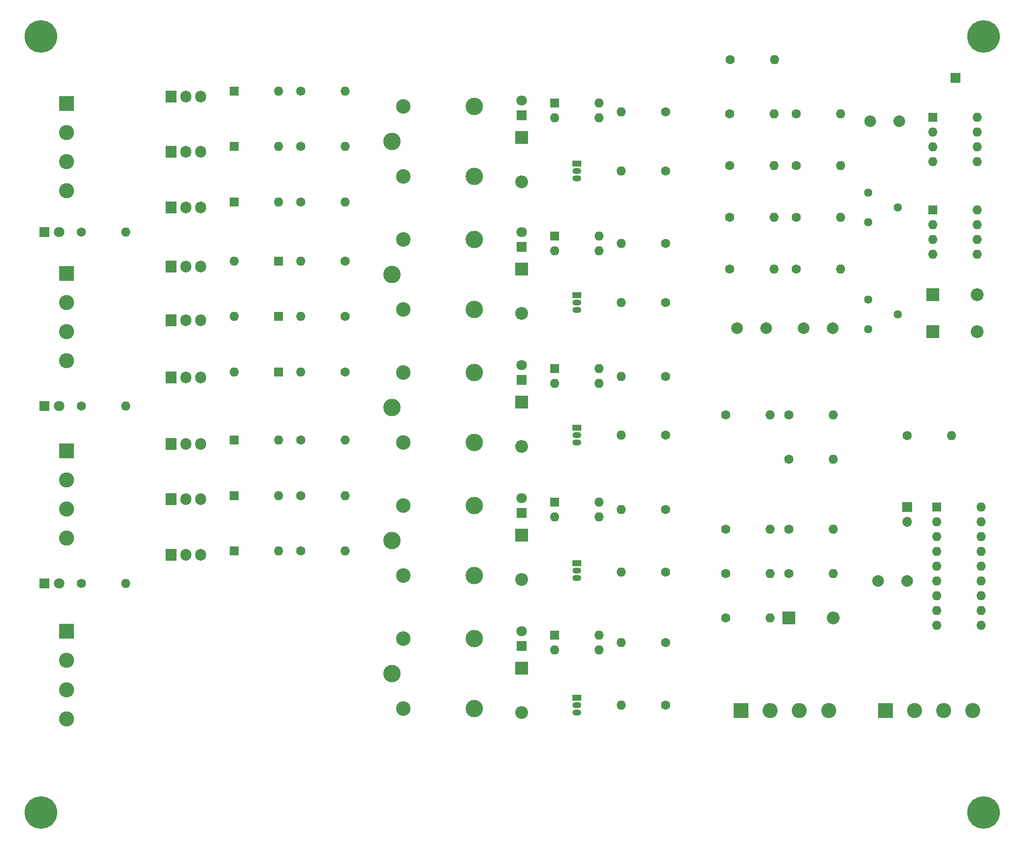
<source format=gbr>
%TF.GenerationSoftware,KiCad,Pcbnew,7.0.6*%
%TF.CreationDate,2024-10-30T10:36:51-05:00*%
%TF.ProjectId,AcCCS,41634343-532e-46b6-9963-61645f706362,rev?*%
%TF.SameCoordinates,Original*%
%TF.FileFunction,Soldermask,Top*%
%TF.FilePolarity,Negative*%
%FSLAX46Y46*%
G04 Gerber Fmt 4.6, Leading zero omitted, Abs format (unit mm)*
G04 Created by KiCad (PCBNEW 7.0.6) date 2024-10-30 10:36:51*
%MOMM*%
%LPD*%
G01*
G04 APERTURE LIST*
%ADD10C,3.000000*%
%ADD11C,2.500000*%
%ADD12C,1.600000*%
%ADD13O,1.600000X1.600000*%
%ADD14R,1.800000X1.800000*%
%ADD15C,1.800000*%
%ADD16C,5.600000*%
%ADD17C,2.000000*%
%ADD18R,1.600000X1.600000*%
%ADD19R,2.600000X2.600000*%
%ADD20C,2.600000*%
%ADD21R,1.905000X2.000000*%
%ADD22O,1.905000X2.000000*%
%ADD23R,1.700000X1.700000*%
%ADD24O,1.700000X1.700000*%
%ADD25R,2.200000X2.200000*%
%ADD26O,2.200000X2.200000*%
%ADD27C,1.440000*%
%ADD28R,1.500000X1.050000*%
%ADD29O,1.500000X1.050000*%
G04 APERTURE END LIST*
D10*
%TO.C,K5*%
X121240000Y-128355900D03*
D11*
X123190000Y-134405900D03*
D10*
X135390000Y-134405900D03*
X135440000Y-122355900D03*
D11*
X123190000Y-122405900D03*
%TD*%
D12*
%TO.C,R30*%
X168275000Y-100180900D03*
D13*
X160655000Y-100180900D03*
%TD*%
D12*
%TO.C,R9*%
X190695000Y-58865900D03*
D13*
X198315000Y-58865900D03*
%TD*%
D14*
%TO.C,D15*%
X143510000Y-100815900D03*
D15*
X143510000Y-98275900D03*
%TD*%
D16*
%TO.C,M2*%
X222885000Y-18900900D03*
%TD*%
D17*
%TO.C,C2*%
X192005000Y-69025900D03*
X197005000Y-69025900D03*
%TD*%
D18*
%TO.C,U8*%
X149225000Y-121765900D03*
D13*
X149225000Y-124305900D03*
X156845000Y-124305900D03*
X156845000Y-121765900D03*
%TD*%
D19*
%TO.C,J1*%
X65405000Y-121135900D03*
D20*
X65405000Y-126135900D03*
X65405000Y-131135900D03*
X65405000Y-136135900D03*
%TD*%
D17*
%TO.C,C1*%
X180575000Y-69025900D03*
X185575000Y-69025900D03*
%TD*%
D18*
%TO.C,D19*%
X101800000Y-67005900D03*
D13*
X94180000Y-67005900D03*
%TD*%
D14*
%TO.C,D14*%
X143510000Y-77920900D03*
D15*
X143510000Y-75380900D03*
%TD*%
D12*
%TO.C,R4*%
X179265000Y-41085900D03*
D13*
X186885000Y-41085900D03*
%TD*%
D17*
%TO.C,C3*%
X203435000Y-33465900D03*
X208435000Y-33465900D03*
%TD*%
D12*
%TO.C,R10*%
X67945000Y-112880900D03*
D13*
X75565000Y-112880900D03*
%TD*%
D18*
%TO.C,U2*%
X214200000Y-48715900D03*
D13*
X214200000Y-51255900D03*
X214200000Y-53795900D03*
X214200000Y-56335900D03*
X221820000Y-56335900D03*
X221820000Y-53795900D03*
X221820000Y-51255900D03*
X221820000Y-48715900D03*
%TD*%
D12*
%TO.C,R24*%
X168275000Y-87445900D03*
D13*
X160655000Y-87445900D03*
%TD*%
D12*
%TO.C,R3*%
X190695000Y-32195900D03*
D13*
X198315000Y-32195900D03*
%TD*%
D12*
%TO.C,R16*%
X178635000Y-83905900D03*
D13*
X186255000Y-83905900D03*
%TD*%
D21*
%TO.C,Q8*%
X83385000Y-77475900D03*
D22*
X85925000Y-77475900D03*
X88465000Y-77475900D03*
%TD*%
D18*
%TO.C,D22*%
X94180000Y-37795900D03*
D13*
X101800000Y-37795900D03*
%TD*%
D18*
%TO.C,D24*%
X94180000Y-107320900D03*
D13*
X101800000Y-107320900D03*
%TD*%
D18*
%TO.C,U6*%
X149225000Y-76015900D03*
D13*
X149225000Y-78555900D03*
X156845000Y-78555900D03*
X156845000Y-76015900D03*
%TD*%
D23*
%TO.C,J8*%
X209750000Y-99780900D03*
D24*
X209750000Y-102320900D03*
%TD*%
D25*
%TO.C,D11*%
X143510000Y-127485900D03*
D26*
X143510000Y-135105900D03*
%TD*%
D18*
%TO.C,U5*%
X149225000Y-53190900D03*
D13*
X149225000Y-55730900D03*
X156845000Y-55730900D03*
X156845000Y-53190900D03*
%TD*%
D23*
%TO.C,J6*%
X218059000Y-26035000D03*
%TD*%
D12*
%TO.C,R29*%
X168275000Y-77320900D03*
D13*
X160655000Y-77320900D03*
%TD*%
D14*
%TO.C,D3*%
X61595000Y-82400900D03*
D15*
X64135000Y-82400900D03*
%TD*%
D27*
%TO.C,RV1*%
X203085000Y-69215000D03*
X208165000Y-66675000D03*
X203085000Y-64135000D03*
%TD*%
D12*
%TO.C,R19*%
X178635000Y-118830900D03*
D13*
X186255000Y-118830900D03*
%TD*%
D21*
%TO.C,Q14*%
X83385000Y-107955900D03*
D22*
X85925000Y-107955900D03*
X88465000Y-107955900D03*
%TD*%
D12*
%TO.C,R25*%
X168275000Y-110975900D03*
D13*
X160655000Y-110975900D03*
%TD*%
D18*
%TO.C,D18*%
X101800000Y-76530900D03*
D13*
X94180000Y-76530900D03*
%TD*%
D12*
%TO.C,R40*%
X105610000Y-97795900D03*
D13*
X113230000Y-97795900D03*
%TD*%
D14*
%TO.C,D12*%
X143510000Y-32470900D03*
D15*
X143510000Y-29930900D03*
%TD*%
D18*
%TO.C,U1*%
X214190000Y-32830900D03*
D13*
X214190000Y-35370900D03*
X214190000Y-37910900D03*
X214190000Y-40450900D03*
X221810000Y-40450900D03*
X221810000Y-37910900D03*
X221810000Y-35370900D03*
X221810000Y-32830900D03*
%TD*%
D10*
%TO.C,K1*%
X121240000Y-36915900D03*
D11*
X123190000Y-42965900D03*
D10*
X135390000Y-42965900D03*
X135440000Y-30915900D03*
D11*
X123190000Y-30965900D03*
%TD*%
D18*
%TO.C,D25*%
X94180000Y-97795900D03*
D13*
X101800000Y-97795900D03*
%TD*%
D12*
%TO.C,R17*%
X209750000Y-87480900D03*
D13*
X217370000Y-87480900D03*
%TD*%
D12*
%TO.C,R27*%
X168275000Y-31835900D03*
D13*
X160655000Y-31835900D03*
%TD*%
D12*
%TO.C,R22*%
X168275000Y-41995900D03*
D13*
X160655000Y-41995900D03*
%TD*%
D12*
%TO.C,R36*%
X105610000Y-47320900D03*
D13*
X113230000Y-47320900D03*
%TD*%
D16*
%TO.C,M3*%
X60960000Y-152250900D03*
%TD*%
D12*
%TO.C,R7*%
X190695000Y-49975900D03*
D13*
X198315000Y-49975900D03*
%TD*%
D12*
%TO.C,R18*%
X189430000Y-103590900D03*
D13*
X197050000Y-103590900D03*
%TD*%
D25*
%TO.C,D8*%
X143510000Y-58905900D03*
D26*
X143510000Y-66525900D03*
%TD*%
D12*
%TO.C,R38*%
X105610000Y-88270900D03*
D13*
X113230000Y-88270900D03*
%TD*%
D25*
%TO.C,D10*%
X143510000Y-104625900D03*
D26*
X143510000Y-112245900D03*
%TD*%
D12*
%TO.C,R1*%
X179265000Y-32195900D03*
D13*
X186885000Y-32195900D03*
%TD*%
D12*
%TO.C,R21*%
X178635000Y-111210900D03*
D13*
X186255000Y-111210900D03*
%TD*%
D28*
%TO.C,Q4*%
X153035000Y-109430900D03*
D29*
X153035000Y-110700900D03*
X153035000Y-111970900D03*
%TD*%
D16*
%TO.C,M1*%
X60960000Y-18900900D03*
%TD*%
D27*
%TO.C,RV2*%
X203085000Y-50800000D03*
X208165000Y-48260000D03*
X203085000Y-45720000D03*
%TD*%
D25*
%TO.C,D2*%
X214190000Y-69660900D03*
D26*
X221810000Y-69660900D03*
%TD*%
D14*
%TO.C,D5*%
X61595000Y-52555900D03*
D15*
X64135000Y-52555900D03*
%TD*%
D25*
%TO.C,D9*%
X143510000Y-81730900D03*
D26*
X143510000Y-89350900D03*
%TD*%
D21*
%TO.C,Q11*%
X83385000Y-48265900D03*
D22*
X85925000Y-48265900D03*
X88465000Y-48265900D03*
%TD*%
D12*
%TO.C,R26*%
X168275000Y-133835900D03*
D13*
X160655000Y-133835900D03*
%TD*%
D19*
%TO.C,J7*%
X181255000Y-134705900D03*
D20*
X186255000Y-134705900D03*
X191255000Y-134705900D03*
X196255000Y-134705900D03*
%TD*%
D18*
%TO.C,U7*%
X149225000Y-98910900D03*
D13*
X149225000Y-101450900D03*
X156845000Y-101450900D03*
X156845000Y-98910900D03*
%TD*%
D12*
%TO.C,R33*%
X113230000Y-67005900D03*
D13*
X105610000Y-67005900D03*
%TD*%
D12*
%TO.C,R2*%
X179349400Y-22860000D03*
D13*
X186969400Y-22860000D03*
%TD*%
D19*
%TO.C,J4*%
X65405000Y-30410900D03*
D20*
X65405000Y-35410900D03*
X65405000Y-40410900D03*
X65405000Y-45410900D03*
%TD*%
D14*
%TO.C,D16*%
X143510000Y-123675900D03*
D15*
X143510000Y-121135900D03*
%TD*%
D14*
%TO.C,D4*%
X61595000Y-112880900D03*
D15*
X64135000Y-112880900D03*
%TD*%
D12*
%TO.C,R39*%
X105610000Y-107320900D03*
D13*
X113230000Y-107320900D03*
%TD*%
D12*
%TO.C,R31*%
X168275000Y-123040900D03*
D13*
X160655000Y-123040900D03*
%TD*%
D25*
%TO.C,D6*%
X189430000Y-118830900D03*
D26*
X197050000Y-118830900D03*
%TD*%
D21*
%TO.C,Q13*%
X83385000Y-98430900D03*
D22*
X85925000Y-98430900D03*
X88465000Y-98430900D03*
%TD*%
D17*
%TO.C,C4*%
X204750000Y-112480900D03*
X209750000Y-112480900D03*
%TD*%
D12*
%TO.C,R34*%
X113230000Y-76530900D03*
D13*
X105610000Y-76530900D03*
%TD*%
D28*
%TO.C,Q1*%
X153035000Y-40725900D03*
D29*
X153035000Y-41995900D03*
X153035000Y-43265900D03*
%TD*%
D28*
%TO.C,Q3*%
X153035000Y-86175900D03*
D29*
X153035000Y-87445900D03*
X153035000Y-88715900D03*
%TD*%
D18*
%TO.C,D23*%
X94180000Y-88270900D03*
D13*
X101800000Y-88270900D03*
%TD*%
D12*
%TO.C,R35*%
X105610000Y-28270900D03*
D13*
X113230000Y-28270900D03*
%TD*%
D28*
%TO.C,Q2*%
X153035000Y-63350900D03*
D29*
X153035000Y-64620900D03*
X153035000Y-65890900D03*
%TD*%
D12*
%TO.C,R23*%
X168275000Y-64620900D03*
D13*
X160655000Y-64620900D03*
%TD*%
D18*
%TO.C,U3*%
X214830000Y-99780900D03*
D13*
X214830000Y-102320900D03*
X214830000Y-104860900D03*
X214830000Y-107400900D03*
X214830000Y-109940900D03*
X214830000Y-112480900D03*
X214830000Y-115020900D03*
X214830000Y-117560900D03*
X214830000Y-120100900D03*
X222450000Y-120100900D03*
X222450000Y-117560900D03*
X222450000Y-115020900D03*
X222450000Y-112480900D03*
X222450000Y-109940900D03*
X222450000Y-107400900D03*
X222450000Y-104860900D03*
X222450000Y-102320900D03*
X222450000Y-99780900D03*
%TD*%
D12*
%TO.C,R37*%
X105610000Y-37795900D03*
D13*
X113230000Y-37795900D03*
%TD*%
D12*
%TO.C,R32*%
X113230000Y-57480900D03*
D13*
X105610000Y-57480900D03*
%TD*%
D16*
%TO.C,M4*%
X222885000Y-152250900D03*
%TD*%
D12*
%TO.C,R15*%
X189430000Y-83905900D03*
D13*
X197050000Y-83905900D03*
%TD*%
D10*
%TO.C,K4*%
X121240000Y-105495900D03*
D11*
X123190000Y-111545900D03*
D10*
X135390000Y-111545900D03*
X135440000Y-99495900D03*
D11*
X123190000Y-99545900D03*
%TD*%
D25*
%TO.C,D1*%
X214190000Y-63310900D03*
D26*
X221810000Y-63310900D03*
%TD*%
D18*
%TO.C,U4*%
X149225000Y-30330900D03*
D13*
X149225000Y-32870900D03*
X156845000Y-32870900D03*
X156845000Y-30330900D03*
%TD*%
D19*
%TO.C,J3*%
X65405000Y-59620900D03*
D20*
X65405000Y-64620900D03*
X65405000Y-69620900D03*
X65405000Y-74620900D03*
%TD*%
D19*
%TO.C,J2*%
X65405000Y-90100900D03*
D20*
X65405000Y-95100900D03*
X65405000Y-100100900D03*
X65405000Y-105100900D03*
%TD*%
D12*
%TO.C,R6*%
X179265000Y-49975900D03*
D13*
X186885000Y-49975900D03*
%TD*%
D12*
%TO.C,R13*%
X178635000Y-103590900D03*
D13*
X186255000Y-103590900D03*
%TD*%
D12*
%TO.C,R14*%
X189430000Y-111210900D03*
D13*
X197050000Y-111210900D03*
%TD*%
D28*
%TO.C,Q5*%
X153035000Y-132565900D03*
D29*
X153035000Y-133835900D03*
X153035000Y-135105900D03*
%TD*%
D10*
%TO.C,K2*%
X121240000Y-59775900D03*
D11*
X123190000Y-65825900D03*
D10*
X135390000Y-65825900D03*
X135440000Y-53775900D03*
D11*
X123190000Y-53825900D03*
%TD*%
D12*
%TO.C,R8*%
X179265000Y-58865900D03*
D13*
X186885000Y-58865900D03*
%TD*%
D12*
%TO.C,R12*%
X67945000Y-82400900D03*
D13*
X75565000Y-82400900D03*
%TD*%
D21*
%TO.C,Q7*%
X83385000Y-67640900D03*
D22*
X85925000Y-67640900D03*
X88465000Y-67640900D03*
%TD*%
D12*
%TO.C,R5*%
X190695000Y-41085900D03*
D13*
X198315000Y-41085900D03*
%TD*%
D25*
%TO.C,D7*%
X143510000Y-36280900D03*
D26*
X143510000Y-43900900D03*
%TD*%
D12*
%TO.C,R20*%
X189430000Y-91525900D03*
D13*
X197050000Y-91525900D03*
%TD*%
D21*
%TO.C,Q10*%
X83385000Y-38740900D03*
D22*
X85925000Y-38740900D03*
X88465000Y-38740900D03*
%TD*%
D14*
%TO.C,D13*%
X143510000Y-55095900D03*
D15*
X143510000Y-52555900D03*
%TD*%
D18*
%TO.C,D17*%
X101800000Y-57480900D03*
D13*
X94180000Y-57480900D03*
%TD*%
D12*
%TO.C,R28*%
X168275000Y-54460900D03*
D13*
X160655000Y-54460900D03*
%TD*%
D12*
%TO.C,R11*%
X67945000Y-52555900D03*
D13*
X75565000Y-52555900D03*
%TD*%
D21*
%TO.C,Q9*%
X83385000Y-29215900D03*
D22*
X85925000Y-29215900D03*
X88465000Y-29215900D03*
%TD*%
D21*
%TO.C,Q12*%
X83385000Y-88905900D03*
D22*
X85925000Y-88905900D03*
X88465000Y-88905900D03*
%TD*%
D21*
%TO.C,Q6*%
X83385000Y-58425900D03*
D22*
X85925000Y-58425900D03*
X88465000Y-58425900D03*
%TD*%
D19*
%TO.C,J5*%
X206020000Y-134705900D03*
D20*
X211020000Y-134705900D03*
X216020000Y-134705900D03*
X221020000Y-134705900D03*
%TD*%
D10*
%TO.C,K3*%
X121240000Y-82635900D03*
D11*
X123190000Y-88685900D03*
D10*
X135390000Y-88685900D03*
X135440000Y-76635900D03*
D11*
X123190000Y-76685900D03*
%TD*%
D18*
%TO.C,D20*%
X94180000Y-28270900D03*
D13*
X101800000Y-28270900D03*
%TD*%
D18*
%TO.C,D21*%
X94180000Y-47320900D03*
D13*
X101800000Y-47320900D03*
%TD*%
M02*

</source>
